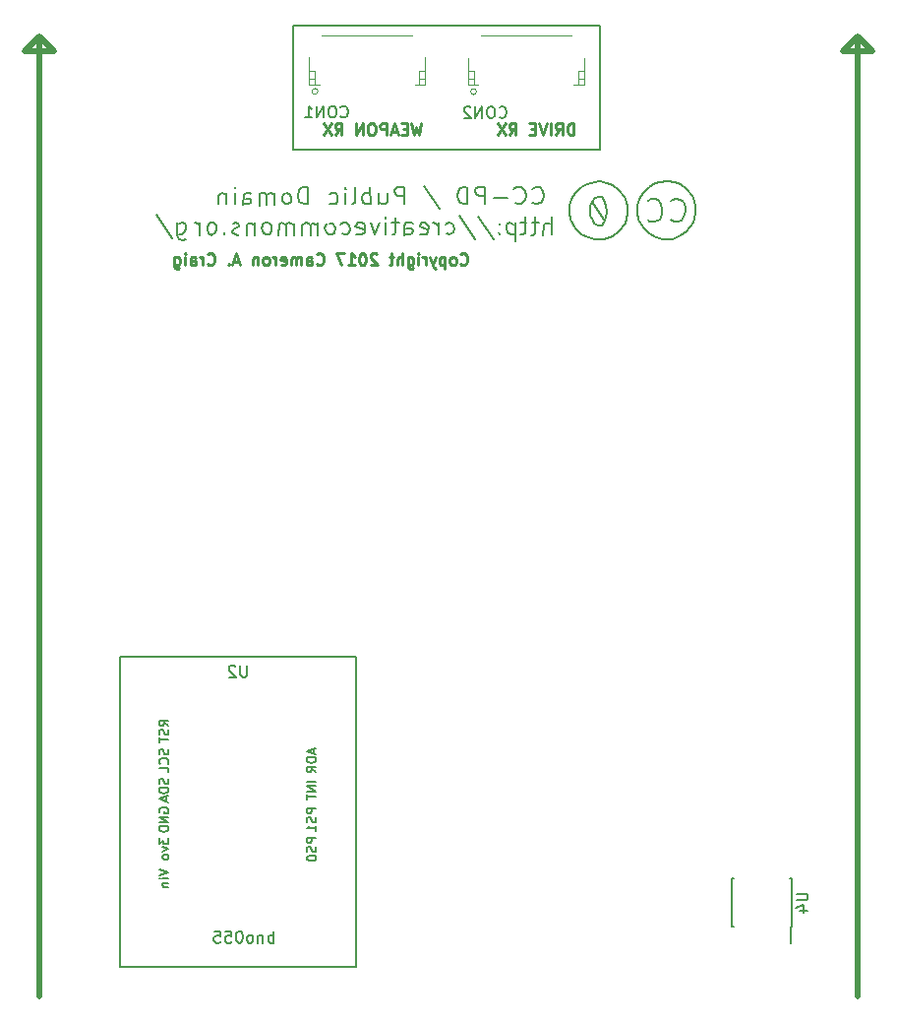
<source format=gbo>
G04 #@! TF.FileFunction,Legend,Bot*
%FSLAX46Y46*%
G04 Gerber Fmt 4.6, Leading zero omitted, Abs format (unit mm)*
G04 Created by KiCad (PCBNEW 4.0.7-e2-6376~58~ubuntu16.04.1) date Fri Jan 19 19:52:53 2018*
%MOMM*%
%LPD*%
G01*
G04 APERTURE LIST*
%ADD10C,0.100000*%
%ADD11C,0.200000*%
%ADD12C,0.250000*%
%ADD13C,0.500000*%
%ADD14C,0.150000*%
%ADD15C,0.120000*%
G04 APERTURE END LIST*
D10*
D11*
X136144000Y-64516000D02*
X136144000Y-53848000D01*
X162560000Y-64516000D02*
X136144000Y-64516000D01*
X162560000Y-53848000D02*
X162560000Y-64516000D01*
X136144000Y-53848000D02*
X162560000Y-53848000D01*
D12*
X147202286Y-62284381D02*
X146964191Y-63284381D01*
X146773714Y-62570095D01*
X146583238Y-63284381D01*
X146345143Y-62284381D01*
X145964191Y-62760571D02*
X145630857Y-62760571D01*
X145488000Y-63284381D02*
X145964191Y-63284381D01*
X145964191Y-62284381D01*
X145488000Y-62284381D01*
X145107048Y-62998667D02*
X144630857Y-62998667D01*
X145202286Y-63284381D02*
X144868953Y-62284381D01*
X144535619Y-63284381D01*
X144202286Y-63284381D02*
X144202286Y-62284381D01*
X143821333Y-62284381D01*
X143726095Y-62332000D01*
X143678476Y-62379619D01*
X143630857Y-62474857D01*
X143630857Y-62617714D01*
X143678476Y-62712952D01*
X143726095Y-62760571D01*
X143821333Y-62808190D01*
X144202286Y-62808190D01*
X143011810Y-62284381D02*
X142821333Y-62284381D01*
X142726095Y-62332000D01*
X142630857Y-62427238D01*
X142583238Y-62617714D01*
X142583238Y-62951048D01*
X142630857Y-63141524D01*
X142726095Y-63236762D01*
X142821333Y-63284381D01*
X143011810Y-63284381D01*
X143107048Y-63236762D01*
X143202286Y-63141524D01*
X143249905Y-62951048D01*
X143249905Y-62617714D01*
X143202286Y-62427238D01*
X143107048Y-62332000D01*
X143011810Y-62284381D01*
X142154667Y-63284381D02*
X142154667Y-62284381D01*
X141583238Y-63284381D01*
X141583238Y-62284381D01*
X139773714Y-63284381D02*
X140107048Y-62808190D01*
X140345143Y-63284381D02*
X140345143Y-62284381D01*
X139964190Y-62284381D01*
X139868952Y-62332000D01*
X139821333Y-62379619D01*
X139773714Y-62474857D01*
X139773714Y-62617714D01*
X139821333Y-62712952D01*
X139868952Y-62760571D01*
X139964190Y-62808190D01*
X140345143Y-62808190D01*
X139440381Y-62284381D02*
X138773714Y-63284381D01*
X138773714Y-62284381D02*
X139440381Y-63284381D01*
X160323095Y-63284381D02*
X160323095Y-62284381D01*
X160085000Y-62284381D01*
X159942142Y-62332000D01*
X159846904Y-62427238D01*
X159799285Y-62522476D01*
X159751666Y-62712952D01*
X159751666Y-62855810D01*
X159799285Y-63046286D01*
X159846904Y-63141524D01*
X159942142Y-63236762D01*
X160085000Y-63284381D01*
X160323095Y-63284381D01*
X158751666Y-63284381D02*
X159085000Y-62808190D01*
X159323095Y-63284381D02*
X159323095Y-62284381D01*
X158942142Y-62284381D01*
X158846904Y-62332000D01*
X158799285Y-62379619D01*
X158751666Y-62474857D01*
X158751666Y-62617714D01*
X158799285Y-62712952D01*
X158846904Y-62760571D01*
X158942142Y-62808190D01*
X159323095Y-62808190D01*
X158323095Y-63284381D02*
X158323095Y-62284381D01*
X157989762Y-62284381D02*
X157656429Y-63284381D01*
X157323095Y-62284381D01*
X156989762Y-62760571D02*
X156656428Y-62760571D01*
X156513571Y-63284381D02*
X156989762Y-63284381D01*
X156989762Y-62284381D01*
X156513571Y-62284381D01*
X154751666Y-63284381D02*
X155085000Y-62808190D01*
X155323095Y-63284381D02*
X155323095Y-62284381D01*
X154942142Y-62284381D01*
X154846904Y-62332000D01*
X154799285Y-62379619D01*
X154751666Y-62474857D01*
X154751666Y-62617714D01*
X154799285Y-62712952D01*
X154846904Y-62760571D01*
X154942142Y-62808190D01*
X155323095Y-62808190D01*
X154418333Y-62284381D02*
X153751666Y-63284381D01*
X153751666Y-62284381D02*
X154418333Y-63284381D01*
D13*
X184771000Y-54831000D02*
X183501000Y-56101000D01*
X183501000Y-56101000D02*
X186041000Y-56101000D01*
X186041000Y-56101000D02*
X184771000Y-54831000D01*
X184771000Y-137381000D02*
X184771000Y-54831000D01*
X115556000Y-56101000D02*
X114286000Y-54831000D01*
X113016000Y-56101000D02*
X115556000Y-56101000D01*
X114286000Y-54831000D02*
X113016000Y-56101000D01*
X114286000Y-137381000D02*
X114286000Y-54831000D01*
D12*
X150566810Y-74365143D02*
X150614429Y-74412762D01*
X150757286Y-74460381D01*
X150852524Y-74460381D01*
X150995382Y-74412762D01*
X151090620Y-74317524D01*
X151138239Y-74222286D01*
X151185858Y-74031810D01*
X151185858Y-73888952D01*
X151138239Y-73698476D01*
X151090620Y-73603238D01*
X150995382Y-73508000D01*
X150852524Y-73460381D01*
X150757286Y-73460381D01*
X150614429Y-73508000D01*
X150566810Y-73555619D01*
X149995382Y-74460381D02*
X150090620Y-74412762D01*
X150138239Y-74365143D01*
X150185858Y-74269905D01*
X150185858Y-73984190D01*
X150138239Y-73888952D01*
X150090620Y-73841333D01*
X149995382Y-73793714D01*
X149852524Y-73793714D01*
X149757286Y-73841333D01*
X149709667Y-73888952D01*
X149662048Y-73984190D01*
X149662048Y-74269905D01*
X149709667Y-74365143D01*
X149757286Y-74412762D01*
X149852524Y-74460381D01*
X149995382Y-74460381D01*
X149233477Y-73793714D02*
X149233477Y-74793714D01*
X149233477Y-73841333D02*
X149138239Y-73793714D01*
X148947762Y-73793714D01*
X148852524Y-73841333D01*
X148804905Y-73888952D01*
X148757286Y-73984190D01*
X148757286Y-74269905D01*
X148804905Y-74365143D01*
X148852524Y-74412762D01*
X148947762Y-74460381D01*
X149138239Y-74460381D01*
X149233477Y-74412762D01*
X148423953Y-73793714D02*
X148185858Y-74460381D01*
X147947762Y-73793714D02*
X148185858Y-74460381D01*
X148281096Y-74698476D01*
X148328715Y-74746095D01*
X148423953Y-74793714D01*
X147566810Y-74460381D02*
X147566810Y-73793714D01*
X147566810Y-73984190D02*
X147519191Y-73888952D01*
X147471572Y-73841333D01*
X147376334Y-73793714D01*
X147281095Y-73793714D01*
X146947762Y-74460381D02*
X146947762Y-73793714D01*
X146947762Y-73460381D02*
X146995381Y-73508000D01*
X146947762Y-73555619D01*
X146900143Y-73508000D01*
X146947762Y-73460381D01*
X146947762Y-73555619D01*
X146043000Y-73793714D02*
X146043000Y-74603238D01*
X146090619Y-74698476D01*
X146138238Y-74746095D01*
X146233477Y-74793714D01*
X146376334Y-74793714D01*
X146471572Y-74746095D01*
X146043000Y-74412762D02*
X146138238Y-74460381D01*
X146328715Y-74460381D01*
X146423953Y-74412762D01*
X146471572Y-74365143D01*
X146519191Y-74269905D01*
X146519191Y-73984190D01*
X146471572Y-73888952D01*
X146423953Y-73841333D01*
X146328715Y-73793714D01*
X146138238Y-73793714D01*
X146043000Y-73841333D01*
X145566810Y-74460381D02*
X145566810Y-73460381D01*
X145138238Y-74460381D02*
X145138238Y-73936571D01*
X145185857Y-73841333D01*
X145281095Y-73793714D01*
X145423953Y-73793714D01*
X145519191Y-73841333D01*
X145566810Y-73888952D01*
X144804905Y-73793714D02*
X144423953Y-73793714D01*
X144662048Y-73460381D02*
X144662048Y-74317524D01*
X144614429Y-74412762D01*
X144519191Y-74460381D01*
X144423953Y-74460381D01*
X143376333Y-73555619D02*
X143328714Y-73508000D01*
X143233476Y-73460381D01*
X142995380Y-73460381D01*
X142900142Y-73508000D01*
X142852523Y-73555619D01*
X142804904Y-73650857D01*
X142804904Y-73746095D01*
X142852523Y-73888952D01*
X143423952Y-74460381D01*
X142804904Y-74460381D01*
X142185857Y-73460381D02*
X142090618Y-73460381D01*
X141995380Y-73508000D01*
X141947761Y-73555619D01*
X141900142Y-73650857D01*
X141852523Y-73841333D01*
X141852523Y-74079429D01*
X141900142Y-74269905D01*
X141947761Y-74365143D01*
X141995380Y-74412762D01*
X142090618Y-74460381D01*
X142185857Y-74460381D01*
X142281095Y-74412762D01*
X142328714Y-74365143D01*
X142376333Y-74269905D01*
X142423952Y-74079429D01*
X142423952Y-73841333D01*
X142376333Y-73650857D01*
X142328714Y-73555619D01*
X142281095Y-73508000D01*
X142185857Y-73460381D01*
X140900142Y-74460381D02*
X141471571Y-74460381D01*
X141185857Y-74460381D02*
X141185857Y-73460381D01*
X141281095Y-73603238D01*
X141376333Y-73698476D01*
X141471571Y-73746095D01*
X140566809Y-73460381D02*
X139900142Y-73460381D01*
X140328714Y-74460381D01*
X138185856Y-74365143D02*
X138233475Y-74412762D01*
X138376332Y-74460381D01*
X138471570Y-74460381D01*
X138614428Y-74412762D01*
X138709666Y-74317524D01*
X138757285Y-74222286D01*
X138804904Y-74031810D01*
X138804904Y-73888952D01*
X138757285Y-73698476D01*
X138709666Y-73603238D01*
X138614428Y-73508000D01*
X138471570Y-73460381D01*
X138376332Y-73460381D01*
X138233475Y-73508000D01*
X138185856Y-73555619D01*
X137328713Y-74460381D02*
X137328713Y-73936571D01*
X137376332Y-73841333D01*
X137471570Y-73793714D01*
X137662047Y-73793714D01*
X137757285Y-73841333D01*
X137328713Y-74412762D02*
X137423951Y-74460381D01*
X137662047Y-74460381D01*
X137757285Y-74412762D01*
X137804904Y-74317524D01*
X137804904Y-74222286D01*
X137757285Y-74127048D01*
X137662047Y-74079429D01*
X137423951Y-74079429D01*
X137328713Y-74031810D01*
X136852523Y-74460381D02*
X136852523Y-73793714D01*
X136852523Y-73888952D02*
X136804904Y-73841333D01*
X136709666Y-73793714D01*
X136566808Y-73793714D01*
X136471570Y-73841333D01*
X136423951Y-73936571D01*
X136423951Y-74460381D01*
X136423951Y-73936571D02*
X136376332Y-73841333D01*
X136281094Y-73793714D01*
X136138237Y-73793714D01*
X136042999Y-73841333D01*
X135995380Y-73936571D01*
X135995380Y-74460381D01*
X135138237Y-74412762D02*
X135233475Y-74460381D01*
X135423952Y-74460381D01*
X135519190Y-74412762D01*
X135566809Y-74317524D01*
X135566809Y-73936571D01*
X135519190Y-73841333D01*
X135423952Y-73793714D01*
X135233475Y-73793714D01*
X135138237Y-73841333D01*
X135090618Y-73936571D01*
X135090618Y-74031810D01*
X135566809Y-74127048D01*
X134662047Y-74460381D02*
X134662047Y-73793714D01*
X134662047Y-73984190D02*
X134614428Y-73888952D01*
X134566809Y-73841333D01*
X134471571Y-73793714D01*
X134376332Y-73793714D01*
X133900142Y-74460381D02*
X133995380Y-74412762D01*
X134042999Y-74365143D01*
X134090618Y-74269905D01*
X134090618Y-73984190D01*
X134042999Y-73888952D01*
X133995380Y-73841333D01*
X133900142Y-73793714D01*
X133757284Y-73793714D01*
X133662046Y-73841333D01*
X133614427Y-73888952D01*
X133566808Y-73984190D01*
X133566808Y-74269905D01*
X133614427Y-74365143D01*
X133662046Y-74412762D01*
X133757284Y-74460381D01*
X133900142Y-74460381D01*
X133138237Y-73793714D02*
X133138237Y-74460381D01*
X133138237Y-73888952D02*
X133090618Y-73841333D01*
X132995380Y-73793714D01*
X132852522Y-73793714D01*
X132757284Y-73841333D01*
X132709665Y-73936571D01*
X132709665Y-74460381D01*
X131519189Y-74174667D02*
X131042998Y-74174667D01*
X131614427Y-74460381D02*
X131281094Y-73460381D01*
X130947760Y-74460381D01*
X130614427Y-74365143D02*
X130566808Y-74412762D01*
X130614427Y-74460381D01*
X130662046Y-74412762D01*
X130614427Y-74365143D01*
X130614427Y-74460381D01*
X128804903Y-74365143D02*
X128852522Y-74412762D01*
X128995379Y-74460381D01*
X129090617Y-74460381D01*
X129233475Y-74412762D01*
X129328713Y-74317524D01*
X129376332Y-74222286D01*
X129423951Y-74031810D01*
X129423951Y-73888952D01*
X129376332Y-73698476D01*
X129328713Y-73603238D01*
X129233475Y-73508000D01*
X129090617Y-73460381D01*
X128995379Y-73460381D01*
X128852522Y-73508000D01*
X128804903Y-73555619D01*
X128376332Y-74460381D02*
X128376332Y-73793714D01*
X128376332Y-73984190D02*
X128328713Y-73888952D01*
X128281094Y-73841333D01*
X128185856Y-73793714D01*
X128090617Y-73793714D01*
X127328712Y-74460381D02*
X127328712Y-73936571D01*
X127376331Y-73841333D01*
X127471569Y-73793714D01*
X127662046Y-73793714D01*
X127757284Y-73841333D01*
X127328712Y-74412762D02*
X127423950Y-74460381D01*
X127662046Y-74460381D01*
X127757284Y-74412762D01*
X127804903Y-74317524D01*
X127804903Y-74222286D01*
X127757284Y-74127048D01*
X127662046Y-74079429D01*
X127423950Y-74079429D01*
X127328712Y-74031810D01*
X126852522Y-74460381D02*
X126852522Y-73793714D01*
X126852522Y-73460381D02*
X126900141Y-73508000D01*
X126852522Y-73555619D01*
X126804903Y-73508000D01*
X126852522Y-73460381D01*
X126852522Y-73555619D01*
X125947760Y-73793714D02*
X125947760Y-74603238D01*
X125995379Y-74698476D01*
X126042998Y-74746095D01*
X126138237Y-74793714D01*
X126281094Y-74793714D01*
X126376332Y-74746095D01*
X125947760Y-74412762D02*
X126042998Y-74460381D01*
X126233475Y-74460381D01*
X126328713Y-74412762D01*
X126376332Y-74365143D01*
X126423951Y-74269905D01*
X126423951Y-73984190D01*
X126376332Y-73888952D01*
X126328713Y-73841333D01*
X126233475Y-73793714D01*
X126042998Y-73793714D01*
X125947760Y-73841333D01*
D14*
X179091000Y-131361000D02*
X179041000Y-131361000D01*
X179091000Y-127211000D02*
X178946000Y-127211000D01*
X173941000Y-127211000D02*
X174086000Y-127211000D01*
X173941000Y-131361000D02*
X174086000Y-131361000D01*
X179091000Y-131361000D02*
X179091000Y-127211000D01*
X173941000Y-131361000D02*
X173941000Y-127211000D01*
X179041000Y-131361000D02*
X179041000Y-132761000D01*
X121271000Y-134841000D02*
X141591000Y-134841000D01*
X141591000Y-134841000D02*
X141591000Y-108171000D01*
X121271000Y-134841000D02*
X121271000Y-108171000D01*
X121271000Y-108171000D02*
X141591000Y-108171000D01*
D15*
X138286000Y-59526000D02*
G75*
G03X138286000Y-59526000I-250000J0D01*
G01*
X138636000Y-54701000D02*
X146436000Y-54701000D01*
X137536000Y-56601000D02*
X137536000Y-58951000D01*
X137536000Y-58951000D02*
X138436000Y-58951000D01*
X138036000Y-58951000D02*
X138036000Y-57751000D01*
X138036000Y-57751000D02*
X138036000Y-57751000D01*
X138036000Y-57751000D02*
X138036000Y-58951000D01*
X138036000Y-58951000D02*
X138036000Y-58951000D01*
X138036000Y-58451000D02*
X138036000Y-58451000D01*
X138036000Y-58451000D02*
X137536000Y-58451000D01*
X137536000Y-58451000D02*
X137536000Y-58451000D01*
X137536000Y-58451000D02*
X138036000Y-58451000D01*
X138036000Y-57751000D02*
X138036000Y-57751000D01*
X138036000Y-57751000D02*
X137536000Y-57751000D01*
X137536000Y-57751000D02*
X137536000Y-57751000D01*
X137536000Y-57751000D02*
X138036000Y-57751000D01*
X147536000Y-56601000D02*
X147536000Y-58951000D01*
X147536000Y-58951000D02*
X146636000Y-58951000D01*
X147036000Y-58951000D02*
X147036000Y-57751000D01*
X147036000Y-57751000D02*
X147036000Y-57751000D01*
X147036000Y-57751000D02*
X147036000Y-58951000D01*
X147036000Y-58951000D02*
X147036000Y-58951000D01*
X147036000Y-58451000D02*
X147036000Y-58451000D01*
X147036000Y-58451000D02*
X147536000Y-58451000D01*
X147536000Y-58451000D02*
X147536000Y-58451000D01*
X147536000Y-58451000D02*
X147036000Y-58451000D01*
X147036000Y-57751000D02*
X147036000Y-57751000D01*
X147036000Y-57751000D02*
X147536000Y-57751000D01*
X147536000Y-57751000D02*
X147536000Y-57751000D01*
X147536000Y-57751000D02*
X147036000Y-57751000D01*
X151946000Y-59558500D02*
G75*
G03X151946000Y-59558500I-250000J0D01*
G01*
X152296000Y-54733500D02*
X160096000Y-54733500D01*
X151196000Y-56633500D02*
X151196000Y-58983500D01*
X151196000Y-58983500D02*
X152096000Y-58983500D01*
X151696000Y-58983500D02*
X151696000Y-57783500D01*
X151696000Y-57783500D02*
X151696000Y-57783500D01*
X151696000Y-57783500D02*
X151696000Y-58983500D01*
X151696000Y-58983500D02*
X151696000Y-58983500D01*
X151696000Y-58483500D02*
X151696000Y-58483500D01*
X151696000Y-58483500D02*
X151196000Y-58483500D01*
X151196000Y-58483500D02*
X151196000Y-58483500D01*
X151196000Y-58483500D02*
X151696000Y-58483500D01*
X151696000Y-57783500D02*
X151696000Y-57783500D01*
X151696000Y-57783500D02*
X151196000Y-57783500D01*
X151196000Y-57783500D02*
X151196000Y-57783500D01*
X151196000Y-57783500D02*
X151696000Y-57783500D01*
X161196000Y-56633500D02*
X161196000Y-58983500D01*
X161196000Y-58983500D02*
X160296000Y-58983500D01*
X160696000Y-58983500D02*
X160696000Y-57783500D01*
X160696000Y-57783500D02*
X160696000Y-57783500D01*
X160696000Y-57783500D02*
X160696000Y-58983500D01*
X160696000Y-58983500D02*
X160696000Y-58983500D01*
X160696000Y-58483500D02*
X160696000Y-58483500D01*
X160696000Y-58483500D02*
X161196000Y-58483500D01*
X161196000Y-58483500D02*
X161196000Y-58483500D01*
X161196000Y-58483500D02*
X160696000Y-58483500D01*
X160696000Y-57783500D02*
X160696000Y-57783500D01*
X160696000Y-57783500D02*
X161196000Y-57783500D01*
X161196000Y-57783500D02*
X161196000Y-57783500D01*
X161196000Y-57783500D02*
X160696000Y-57783500D01*
D14*
X161903000Y-68990000D02*
X162953000Y-70540000D01*
X125703000Y-72190000D02*
X124403000Y-70140000D01*
X126303000Y-70890000D02*
X126653000Y-70840000D01*
X126653000Y-70840000D02*
X126903000Y-70990000D01*
X126903000Y-70990000D02*
X126953000Y-71390000D01*
X126953000Y-71390000D02*
X126753000Y-71690000D01*
X126753000Y-71690000D02*
X126553000Y-71790000D01*
X126553000Y-71790000D02*
X126303000Y-71790000D01*
X126903000Y-72240000D02*
X126653000Y-72340000D01*
X126653000Y-72340000D02*
X126353000Y-72240000D01*
X126353000Y-72240000D02*
X126203000Y-71940000D01*
X126203000Y-71940000D02*
X126203000Y-70790000D01*
X127653000Y-70840000D02*
X127803000Y-70840000D01*
X127803000Y-70840000D02*
X128053000Y-70990000D01*
X128153000Y-70840000D02*
X128153000Y-71890000D01*
X129003000Y-70840000D02*
X129303000Y-70840000D01*
X129303000Y-70840000D02*
X129553000Y-71040000D01*
X129553000Y-71040000D02*
X129553000Y-71390000D01*
X129553000Y-71390000D02*
X129453000Y-71690000D01*
X129453000Y-71690000D02*
X129153000Y-71890000D01*
X129153000Y-71890000D02*
X128853000Y-71740000D01*
X128853000Y-71740000D02*
X128753000Y-71390000D01*
X128753000Y-71390000D02*
X128753000Y-71140000D01*
X128753000Y-71140000D02*
X128953000Y-70890000D01*
X130253000Y-71690000D02*
X130253000Y-71840000D01*
X130953000Y-70890000D02*
X131253000Y-70790000D01*
X131253000Y-70790000D02*
X131503000Y-70940000D01*
X131503000Y-70940000D02*
X131503000Y-71190000D01*
X131503000Y-71190000D02*
X131203000Y-71340000D01*
X131203000Y-71340000D02*
X130953000Y-71440000D01*
X130953000Y-71440000D02*
X130903000Y-71690000D01*
X130903000Y-71690000D02*
X131153000Y-71840000D01*
X131153000Y-71840000D02*
X131403000Y-71890000D01*
X131403000Y-71890000D02*
X131503000Y-71790000D01*
X132203000Y-71940000D02*
X132153000Y-71090000D01*
X132153000Y-71090000D02*
X132303000Y-70890000D01*
X132303000Y-70890000D02*
X132503000Y-70890000D01*
X132503000Y-70890000D02*
X132803000Y-70990000D01*
X132853000Y-71890000D02*
X132853000Y-70840000D01*
X133553000Y-70940000D02*
X133703000Y-70840000D01*
X133703000Y-70840000D02*
X133953000Y-70840000D01*
X133953000Y-70840000D02*
X134153000Y-70890000D01*
X134153000Y-70890000D02*
X134253000Y-71090000D01*
X134253000Y-71090000D02*
X134303000Y-71390000D01*
X134303000Y-71390000D02*
X134253000Y-71590000D01*
X134253000Y-71590000D02*
X134103000Y-71790000D01*
X134103000Y-71790000D02*
X133853000Y-71840000D01*
X133853000Y-71840000D02*
X133603000Y-71740000D01*
X133603000Y-71740000D02*
X133503000Y-71490000D01*
X133503000Y-71490000D02*
X133453000Y-71290000D01*
X133453000Y-71290000D02*
X133503000Y-71040000D01*
X134903000Y-71890000D02*
X134953000Y-70990000D01*
X134953000Y-70990000D02*
X135103000Y-70840000D01*
X135103000Y-70840000D02*
X135353000Y-70890000D01*
X135353000Y-70890000D02*
X135503000Y-70990000D01*
X135553000Y-71940000D02*
X135553000Y-70990000D01*
X135553000Y-70990000D02*
X135753000Y-70840000D01*
X135753000Y-70840000D02*
X136003000Y-70890000D01*
X136003000Y-70890000D02*
X136153000Y-70940000D01*
X136253000Y-71890000D02*
X136253000Y-70890000D01*
X136953000Y-71940000D02*
X136953000Y-71040000D01*
X136953000Y-71040000D02*
X137103000Y-70890000D01*
X137103000Y-70890000D02*
X137303000Y-70840000D01*
X137303000Y-70840000D02*
X137603000Y-70940000D01*
X137653000Y-71890000D02*
X137653000Y-71040000D01*
X137653000Y-71040000D02*
X137803000Y-70890000D01*
X137803000Y-70890000D02*
X138203000Y-70940000D01*
X138253000Y-71890000D02*
X138253000Y-70840000D01*
X139303000Y-70890000D02*
X139503000Y-70890000D01*
X139503000Y-70890000D02*
X139803000Y-71240000D01*
X139803000Y-71240000D02*
X139703000Y-71740000D01*
X139703000Y-71740000D02*
X139453000Y-71840000D01*
X139453000Y-71840000D02*
X139203000Y-71790000D01*
X139203000Y-71790000D02*
X139003000Y-71640000D01*
X139003000Y-71640000D02*
X138903000Y-71340000D01*
X138903000Y-71340000D02*
X138953000Y-71040000D01*
X138953000Y-71040000D02*
X139153000Y-70890000D01*
X140253000Y-70940000D02*
X140503000Y-70840000D01*
X140503000Y-70840000D02*
X140753000Y-70840000D01*
X140753000Y-70840000D02*
X140953000Y-71040000D01*
X140953000Y-71040000D02*
X141053000Y-71440000D01*
X141053000Y-71440000D02*
X141003000Y-71690000D01*
X141003000Y-71690000D02*
X140853000Y-71790000D01*
X140853000Y-71790000D02*
X140553000Y-71840000D01*
X140553000Y-71840000D02*
X140353000Y-71740000D01*
X141603000Y-71790000D02*
X141853000Y-71840000D01*
X141853000Y-71840000D02*
X142103000Y-71840000D01*
X142103000Y-71840000D02*
X142303000Y-71640000D01*
X142303000Y-71640000D02*
X142353000Y-71290000D01*
X142353000Y-71290000D02*
X142353000Y-70940000D01*
X142353000Y-70940000D02*
X142103000Y-70840000D01*
X142103000Y-70840000D02*
X141753000Y-70840000D01*
X141753000Y-70840000D02*
X141553000Y-71040000D01*
X141553000Y-71040000D02*
X141503000Y-71140000D01*
X141503000Y-71140000D02*
X142253000Y-71390000D01*
X143603000Y-70790000D02*
X143203000Y-71840000D01*
X143203000Y-71840000D02*
X142853000Y-70840000D01*
X144153000Y-70840000D02*
X144153000Y-71840000D01*
X144153000Y-70290000D02*
X144153000Y-70440000D01*
X145303000Y-70840000D02*
X144653000Y-70840000D01*
X145003000Y-70390000D02*
X145003000Y-71640000D01*
X145003000Y-71640000D02*
X144853000Y-71790000D01*
X144853000Y-71790000D02*
X144703000Y-71840000D01*
X146453000Y-70890000D02*
X146303000Y-70840000D01*
X146303000Y-70840000D02*
X145903000Y-70840000D01*
X145903000Y-70840000D02*
X145753000Y-71040000D01*
X145753000Y-71040000D02*
X145753000Y-71890000D01*
X145753000Y-71890000D02*
X145753000Y-71840000D01*
X145753000Y-71840000D02*
X146253000Y-71840000D01*
X146253000Y-71840000D02*
X146403000Y-71740000D01*
X146403000Y-71740000D02*
X146453000Y-71490000D01*
X146453000Y-71490000D02*
X146353000Y-71340000D01*
X146353000Y-71340000D02*
X145853000Y-71290000D01*
X147103000Y-71790000D02*
X147403000Y-71840000D01*
X147403000Y-71840000D02*
X147653000Y-71840000D01*
X147653000Y-71840000D02*
X147753000Y-71540000D01*
X147753000Y-71540000D02*
X147803000Y-71190000D01*
X147803000Y-71190000D02*
X147703000Y-70940000D01*
X147703000Y-70940000D02*
X147503000Y-70840000D01*
X147503000Y-70840000D02*
X147253000Y-70840000D01*
X147253000Y-70840000D02*
X147053000Y-71040000D01*
X147053000Y-71040000D02*
X147053000Y-71140000D01*
X147053000Y-71140000D02*
X147703000Y-71390000D01*
X148153000Y-70840000D02*
X148403000Y-70890000D01*
X148403000Y-70890000D02*
X148603000Y-71040000D01*
X148703000Y-71840000D02*
X148703000Y-70790000D01*
X149303000Y-70940000D02*
X149553000Y-70840000D01*
X149553000Y-70840000D02*
X149853000Y-70890000D01*
X149853000Y-70890000D02*
X150053000Y-71290000D01*
X150053000Y-71290000D02*
X149953000Y-71690000D01*
X149953000Y-71690000D02*
X149653000Y-71840000D01*
X149653000Y-71840000D02*
X149353000Y-71740000D01*
X151803000Y-72240000D02*
X150503000Y-70240000D01*
X153403000Y-72240000D02*
X152103000Y-70290000D01*
X153853000Y-71690000D02*
X153903000Y-71840000D01*
X153903000Y-70890000D02*
X153903000Y-70990000D01*
X155203000Y-71840000D02*
X154853000Y-71840000D01*
X154853000Y-71840000D02*
X154603000Y-71640000D01*
X154603000Y-71640000D02*
X154503000Y-71340000D01*
X154503000Y-71340000D02*
X154553000Y-70990000D01*
X154553000Y-70990000D02*
X154803000Y-70840000D01*
X154803000Y-70840000D02*
X155153000Y-70940000D01*
X155253000Y-72390000D02*
X155253000Y-70840000D01*
X155753000Y-70840000D02*
X156253000Y-70840000D01*
X156103000Y-70340000D02*
X156103000Y-71740000D01*
X156103000Y-71740000D02*
X155853000Y-71840000D01*
X155853000Y-71840000D02*
X155753000Y-71840000D01*
X157353000Y-70840000D02*
X156753000Y-70840000D01*
X157003000Y-70340000D02*
X157003000Y-71740000D01*
X157003000Y-71740000D02*
X156853000Y-71890000D01*
X156853000Y-71890000D02*
X156653000Y-71890000D01*
X157703000Y-71940000D02*
X157753000Y-71090000D01*
X157753000Y-71090000D02*
X157853000Y-70890000D01*
X157853000Y-70890000D02*
X158253000Y-70890000D01*
X158403000Y-70340000D02*
X158403000Y-71840000D01*
X129703000Y-69240000D02*
X129753000Y-68540000D01*
X129753000Y-68540000D02*
X129853000Y-68340000D01*
X129853000Y-68340000D02*
X130003000Y-68290000D01*
X130003000Y-68290000D02*
X130353000Y-68340000D01*
X130403000Y-68290000D02*
X130403000Y-69190000D01*
X131153000Y-68290000D02*
X131153000Y-69240000D01*
X131153000Y-67740000D02*
X131153000Y-67840000D01*
X132103000Y-68740000D02*
X132403000Y-68740000D01*
X132403000Y-68740000D02*
X132553000Y-68890000D01*
X132553000Y-68890000D02*
X132553000Y-69140000D01*
X132553000Y-69140000D02*
X132353000Y-69240000D01*
X132353000Y-69240000D02*
X131953000Y-69190000D01*
X132553000Y-68340000D02*
X132403000Y-68240000D01*
X132403000Y-68240000D02*
X132053000Y-68240000D01*
X132053000Y-68240000D02*
X131903000Y-68440000D01*
X131903000Y-68440000D02*
X131853000Y-69290000D01*
X133253000Y-69340000D02*
X133253000Y-68590000D01*
X133253000Y-68590000D02*
X133303000Y-68390000D01*
X133303000Y-68390000D02*
X133403000Y-68290000D01*
X133403000Y-68290000D02*
X133653000Y-68290000D01*
X133653000Y-68290000D02*
X133853000Y-68390000D01*
X133903000Y-69290000D02*
X133903000Y-68440000D01*
X133903000Y-68440000D02*
X134003000Y-68340000D01*
X134003000Y-68340000D02*
X134203000Y-68290000D01*
X134203000Y-68290000D02*
X134453000Y-68340000D01*
X134553000Y-69290000D02*
X134553000Y-68240000D01*
X135603000Y-68240000D02*
X135853000Y-68340000D01*
X135853000Y-68340000D02*
X136003000Y-68640000D01*
X136003000Y-68640000D02*
X136003000Y-68990000D01*
X136003000Y-68990000D02*
X135753000Y-69240000D01*
X135753000Y-69240000D02*
X135453000Y-69190000D01*
X135453000Y-69190000D02*
X135253000Y-68940000D01*
X135253000Y-68940000D02*
X135253000Y-68590000D01*
X135253000Y-68590000D02*
X135303000Y-68440000D01*
X135303000Y-68440000D02*
X135503000Y-68290000D01*
X137453000Y-67740000D02*
X137453000Y-69240000D01*
X137453000Y-69240000D02*
X137053000Y-69240000D01*
X137053000Y-69240000D02*
X136703000Y-68990000D01*
X136703000Y-68990000D02*
X136603000Y-68540000D01*
X136603000Y-68540000D02*
X136703000Y-68040000D01*
X136703000Y-68040000D02*
X136953000Y-67790000D01*
X136953000Y-67790000D02*
X137453000Y-67740000D01*
X139253000Y-68340000D02*
X139503000Y-68240000D01*
X139503000Y-68240000D02*
X139853000Y-68290000D01*
X139853000Y-68290000D02*
X140003000Y-68590000D01*
X140003000Y-68590000D02*
X140003000Y-68940000D01*
X140003000Y-68940000D02*
X139853000Y-69190000D01*
X139853000Y-69190000D02*
X139553000Y-69240000D01*
X139553000Y-69240000D02*
X139303000Y-69190000D01*
X140653000Y-68240000D02*
X140653000Y-69190000D01*
X140653000Y-67790000D02*
X140653000Y-67890000D01*
X140653000Y-67890000D02*
X140703000Y-67890000D01*
X141453000Y-67790000D02*
X141453000Y-69090000D01*
X141453000Y-69090000D02*
X141253000Y-69240000D01*
X142803000Y-67740000D02*
X142853000Y-69240000D01*
X142853000Y-69240000D02*
X142453000Y-69240000D01*
X142453000Y-69240000D02*
X142203000Y-69090000D01*
X142203000Y-69090000D02*
X142103000Y-68690000D01*
X142103000Y-68690000D02*
X142203000Y-68340000D01*
X142203000Y-68340000D02*
X142453000Y-68240000D01*
X142453000Y-68240000D02*
X142753000Y-68240000D01*
X143553000Y-68240000D02*
X143553000Y-69240000D01*
X144253000Y-68290000D02*
X144253000Y-68690000D01*
X144253000Y-68690000D02*
X144253000Y-69040000D01*
X144253000Y-69040000D02*
X144103000Y-69190000D01*
X144103000Y-69190000D02*
X143903000Y-69240000D01*
X143903000Y-69240000D02*
X143553000Y-69140000D01*
X145703000Y-69240000D02*
X145703000Y-67740000D01*
X145703000Y-67740000D02*
X145203000Y-67740000D01*
X145203000Y-67740000D02*
X144953000Y-67840000D01*
X144953000Y-67840000D02*
X144853000Y-68140000D01*
X144853000Y-68140000D02*
X144953000Y-68390000D01*
X144953000Y-68390000D02*
X145153000Y-68540000D01*
X145153000Y-68540000D02*
X145603000Y-68540000D01*
X148753000Y-69640000D02*
X147403000Y-67640000D01*
X151153000Y-67740000D02*
X151153000Y-69240000D01*
X151153000Y-69240000D02*
X150853000Y-69240000D01*
X150853000Y-69240000D02*
X150553000Y-69140000D01*
X150553000Y-69140000D02*
X150353000Y-68840000D01*
X150353000Y-68840000D02*
X150303000Y-68490000D01*
X150303000Y-68490000D02*
X150403000Y-68090000D01*
X150403000Y-68090000D02*
X150553000Y-67840000D01*
X150553000Y-67840000D02*
X150903000Y-67740000D01*
X150903000Y-67740000D02*
X151053000Y-67740000D01*
X152653000Y-69240000D02*
X152653000Y-67740000D01*
X152653000Y-67740000D02*
X152053000Y-67740000D01*
X152053000Y-67740000D02*
X151853000Y-67940000D01*
X151853000Y-67940000D02*
X151853000Y-68140000D01*
X151853000Y-68140000D02*
X151903000Y-68390000D01*
X151903000Y-68390000D02*
X152153000Y-68490000D01*
X152153000Y-68490000D02*
X152653000Y-68490000D01*
X154653000Y-68690000D02*
X153403000Y-68690000D01*
X155153000Y-67890000D02*
X155403000Y-67790000D01*
X155403000Y-67790000D02*
X155803000Y-67740000D01*
X155803000Y-67740000D02*
X156153000Y-68090000D01*
X156153000Y-68090000D02*
X156203000Y-68490000D01*
X156203000Y-68490000D02*
X156103000Y-68890000D01*
X156103000Y-68890000D02*
X155803000Y-69190000D01*
X155803000Y-69190000D02*
X155503000Y-69240000D01*
X155503000Y-69240000D02*
X155253000Y-69090000D01*
X156753000Y-67890000D02*
X157053000Y-67740000D01*
X157053000Y-67740000D02*
X157403000Y-67790000D01*
X157403000Y-67790000D02*
X157653000Y-68090000D01*
X157653000Y-68090000D02*
X157753000Y-68540000D01*
X157753000Y-68540000D02*
X157653000Y-68840000D01*
X157653000Y-68840000D02*
X157453000Y-69140000D01*
X157453000Y-69140000D02*
X157103000Y-69240000D01*
X157103000Y-69240000D02*
X156753000Y-69140000D01*
X166702800Y-68939900D02*
X166801860Y-68840840D01*
X166801860Y-68840840D02*
X167002520Y-68739240D01*
X167002520Y-68739240D02*
X167302240Y-68739240D01*
X167302240Y-68739240D02*
X167601960Y-68840840D01*
X167601960Y-68840840D02*
X167802620Y-69239620D01*
X167802620Y-69239620D02*
X167904220Y-69740000D01*
X167904220Y-69740000D02*
X167904220Y-70138780D01*
X167904220Y-70138780D02*
X167703560Y-70540100D01*
X167703560Y-70540100D02*
X167302240Y-70740760D01*
X167302240Y-70740760D02*
X167104120Y-70740760D01*
X167104120Y-70740760D02*
X166801860Y-70740760D01*
X166801860Y-70740760D02*
X166702800Y-70540100D01*
X168701780Y-68939900D02*
X168803380Y-68840840D01*
X168803380Y-68840840D02*
X169103100Y-68739240D01*
X169103100Y-68739240D02*
X169501880Y-68840840D01*
X169501880Y-68840840D02*
X169804140Y-69038960D01*
X169804140Y-69038960D02*
X169903200Y-69440280D01*
X169903200Y-69440280D02*
X169903200Y-69839060D01*
X169903200Y-69839060D02*
X169804140Y-70339440D01*
X169804140Y-70339440D02*
X169603480Y-70639160D01*
X169603480Y-70639160D02*
X169303760Y-70740760D01*
X169303760Y-70740760D02*
X168902440Y-70740760D01*
X168902440Y-70740760D02*
X168701780Y-70540100D01*
X168303000Y-67240640D02*
X168402060Y-67240640D01*
X168402060Y-67240640D02*
X169004040Y-67339700D01*
X169004040Y-67339700D02*
X169501880Y-67540360D01*
X169501880Y-67540360D02*
X170002260Y-67939140D01*
X170002260Y-67939140D02*
X170502640Y-68541120D01*
X170502640Y-68541120D02*
X170703300Y-68939900D01*
X170703300Y-68939900D02*
X170802360Y-69440280D01*
X170802360Y-69440280D02*
X170802360Y-70039720D01*
X170802360Y-70039720D02*
X170604240Y-70839820D01*
X170604240Y-70839820D02*
X170002260Y-71540860D01*
X170002260Y-71540860D02*
X169501880Y-71939640D01*
X169501880Y-71939640D02*
X168803380Y-72239360D01*
X168803380Y-72239360D02*
X168003280Y-72239360D01*
X168003280Y-72239360D02*
X167403840Y-72041240D01*
X167403840Y-72041240D02*
X166801860Y-71738980D01*
X166801860Y-71738980D02*
X166304020Y-71241140D01*
X166304020Y-71241140D02*
X165902700Y-70540100D01*
X165902700Y-70540100D02*
X165803640Y-69940660D01*
X165803640Y-69940660D02*
X165803640Y-69341220D01*
X165803640Y-69341220D02*
X166001760Y-68739240D01*
X166001760Y-68739240D02*
X166304020Y-68238860D01*
X166304020Y-68238860D02*
X166801860Y-67741020D01*
X166801860Y-67741020D02*
X167302240Y-67438760D01*
X167302240Y-67438760D02*
X167703560Y-67339700D01*
X167703560Y-67339700D02*
X168303000Y-67240640D01*
X162453000Y-68590000D02*
X162153000Y-68690000D01*
X162153000Y-68690000D02*
X161903000Y-68990000D01*
X161903000Y-68990000D02*
X161753000Y-69390000D01*
X161753000Y-69390000D02*
X161753000Y-69840000D01*
X161753000Y-69840000D02*
X161753000Y-70190000D01*
X161753000Y-70190000D02*
X161953000Y-70640000D01*
X161953000Y-70640000D02*
X162103000Y-70890000D01*
X162103000Y-70890000D02*
X162403000Y-71090000D01*
X162403000Y-71090000D02*
X162703000Y-71040000D01*
X162703000Y-71040000D02*
X162953000Y-70790000D01*
X162953000Y-70790000D02*
X163103000Y-70390000D01*
X163103000Y-70390000D02*
X163203000Y-69840000D01*
X163203000Y-69840000D02*
X163103000Y-69340000D01*
X163103000Y-69340000D02*
X162953000Y-68840000D01*
X162953000Y-68840000D02*
X162703000Y-68640000D01*
X162703000Y-68640000D02*
X162453000Y-68590000D01*
X162453000Y-67290640D02*
X162552060Y-67290640D01*
X162552060Y-67290640D02*
X163154040Y-67389700D01*
X163154040Y-67389700D02*
X163651880Y-67590360D01*
X163651880Y-67590360D02*
X164152260Y-67989140D01*
X164152260Y-67989140D02*
X164652640Y-68591120D01*
X164652640Y-68591120D02*
X164853300Y-68989900D01*
X164853300Y-68989900D02*
X164952360Y-69490280D01*
X164952360Y-69490280D02*
X164952360Y-70089720D01*
X164952360Y-70089720D02*
X164754240Y-70889820D01*
X164754240Y-70889820D02*
X164152260Y-71590860D01*
X164152260Y-71590860D02*
X163651880Y-71989640D01*
X163651880Y-71989640D02*
X162953380Y-72289360D01*
X162953380Y-72289360D02*
X162153280Y-72289360D01*
X162153280Y-72289360D02*
X161553840Y-72091240D01*
X161553840Y-72091240D02*
X160951860Y-71788980D01*
X160951860Y-71788980D02*
X160454020Y-71291140D01*
X160454020Y-71291140D02*
X160052700Y-70590100D01*
X160052700Y-70590100D02*
X159953640Y-69990660D01*
X159953640Y-69990660D02*
X159953640Y-69391220D01*
X159953640Y-69391220D02*
X160151760Y-68789240D01*
X160151760Y-68789240D02*
X160454020Y-68288860D01*
X160454020Y-68288860D02*
X160951860Y-67791020D01*
X160951860Y-67791020D02*
X161452240Y-67488760D01*
X161452240Y-67488760D02*
X161853560Y-67389700D01*
X161853560Y-67389700D02*
X162453000Y-67290640D01*
X179468381Y-128524095D02*
X180277905Y-128524095D01*
X180373143Y-128571714D01*
X180420762Y-128619333D01*
X180468381Y-128714571D01*
X180468381Y-128905048D01*
X180420762Y-129000286D01*
X180373143Y-129047905D01*
X180277905Y-129095524D01*
X179468381Y-129095524D01*
X179801714Y-130000286D02*
X180468381Y-130000286D01*
X179420762Y-129762190D02*
X180135048Y-129524095D01*
X180135048Y-130143143D01*
X132192905Y-108893381D02*
X132192905Y-109702905D01*
X132145286Y-109798143D01*
X132097667Y-109845762D01*
X132002429Y-109893381D01*
X131811952Y-109893381D01*
X131716714Y-109845762D01*
X131669095Y-109798143D01*
X131621476Y-109702905D01*
X131621476Y-108893381D01*
X131192905Y-108988619D02*
X131145286Y-108941000D01*
X131050048Y-108893381D01*
X130811952Y-108893381D01*
X130716714Y-108941000D01*
X130669095Y-108988619D01*
X130621476Y-109083857D01*
X130621476Y-109179095D01*
X130669095Y-109321952D01*
X131240524Y-109893381D01*
X130621476Y-109893381D01*
X134478619Y-132753381D02*
X134478619Y-131753381D01*
X134478619Y-132134333D02*
X134383381Y-132086714D01*
X134192904Y-132086714D01*
X134097666Y-132134333D01*
X134050047Y-132181952D01*
X134002428Y-132277190D01*
X134002428Y-132562905D01*
X134050047Y-132658143D01*
X134097666Y-132705762D01*
X134192904Y-132753381D01*
X134383381Y-132753381D01*
X134478619Y-132705762D01*
X133573857Y-132086714D02*
X133573857Y-132753381D01*
X133573857Y-132181952D02*
X133526238Y-132134333D01*
X133431000Y-132086714D01*
X133288142Y-132086714D01*
X133192904Y-132134333D01*
X133145285Y-132229571D01*
X133145285Y-132753381D01*
X132526238Y-132753381D02*
X132621476Y-132705762D01*
X132669095Y-132658143D01*
X132716714Y-132562905D01*
X132716714Y-132277190D01*
X132669095Y-132181952D01*
X132621476Y-132134333D01*
X132526238Y-132086714D01*
X132383380Y-132086714D01*
X132288142Y-132134333D01*
X132240523Y-132181952D01*
X132192904Y-132277190D01*
X132192904Y-132562905D01*
X132240523Y-132658143D01*
X132288142Y-132705762D01*
X132383380Y-132753381D01*
X132526238Y-132753381D01*
X131573857Y-131753381D02*
X131478618Y-131753381D01*
X131383380Y-131801000D01*
X131335761Y-131848619D01*
X131288142Y-131943857D01*
X131240523Y-132134333D01*
X131240523Y-132372429D01*
X131288142Y-132562905D01*
X131335761Y-132658143D01*
X131383380Y-132705762D01*
X131478618Y-132753381D01*
X131573857Y-132753381D01*
X131669095Y-132705762D01*
X131716714Y-132658143D01*
X131764333Y-132562905D01*
X131811952Y-132372429D01*
X131811952Y-132134333D01*
X131764333Y-131943857D01*
X131716714Y-131848619D01*
X131669095Y-131801000D01*
X131573857Y-131753381D01*
X130335761Y-131753381D02*
X130811952Y-131753381D01*
X130859571Y-132229571D01*
X130811952Y-132181952D01*
X130716714Y-132134333D01*
X130478618Y-132134333D01*
X130383380Y-132181952D01*
X130335761Y-132229571D01*
X130288142Y-132324810D01*
X130288142Y-132562905D01*
X130335761Y-132658143D01*
X130383380Y-132705762D01*
X130478618Y-132753381D01*
X130716714Y-132753381D01*
X130811952Y-132705762D01*
X130859571Y-132658143D01*
X129383380Y-131753381D02*
X129859571Y-131753381D01*
X129907190Y-132229571D01*
X129859571Y-132181952D01*
X129764333Y-132134333D01*
X129526237Y-132134333D01*
X129430999Y-132181952D01*
X129383380Y-132229571D01*
X129335761Y-132324810D01*
X129335761Y-132562905D01*
X129383380Y-132658143D01*
X129430999Y-132705762D01*
X129526237Y-132753381D01*
X129764333Y-132753381D01*
X129859571Y-132705762D01*
X129907190Y-132658143D01*
X125442905Y-114082905D02*
X125061952Y-113816238D01*
X125442905Y-113625762D02*
X124642905Y-113625762D01*
X124642905Y-113930524D01*
X124681000Y-114006715D01*
X124719095Y-114044810D01*
X124795286Y-114082905D01*
X124909571Y-114082905D01*
X124985762Y-114044810D01*
X125023857Y-114006715D01*
X125061952Y-113930524D01*
X125061952Y-113625762D01*
X125404810Y-114387667D02*
X125442905Y-114501953D01*
X125442905Y-114692429D01*
X125404810Y-114768619D01*
X125366714Y-114806715D01*
X125290524Y-114844810D01*
X125214333Y-114844810D01*
X125138143Y-114806715D01*
X125100048Y-114768619D01*
X125061952Y-114692429D01*
X125023857Y-114540048D01*
X124985762Y-114463857D01*
X124947667Y-114425762D01*
X124871476Y-114387667D01*
X124795286Y-114387667D01*
X124719095Y-114425762D01*
X124681000Y-114463857D01*
X124642905Y-114540048D01*
X124642905Y-114730524D01*
X124681000Y-114844810D01*
X124642905Y-115073381D02*
X124642905Y-115530524D01*
X125442905Y-115301953D02*
X124642905Y-115301953D01*
X125404810Y-116108619D02*
X125442905Y-116222905D01*
X125442905Y-116413381D01*
X125404810Y-116489571D01*
X125366714Y-116527667D01*
X125290524Y-116565762D01*
X125214333Y-116565762D01*
X125138143Y-116527667D01*
X125100048Y-116489571D01*
X125061952Y-116413381D01*
X125023857Y-116261000D01*
X124985762Y-116184809D01*
X124947667Y-116146714D01*
X124871476Y-116108619D01*
X124795286Y-116108619D01*
X124719095Y-116146714D01*
X124681000Y-116184809D01*
X124642905Y-116261000D01*
X124642905Y-116451476D01*
X124681000Y-116565762D01*
X125366714Y-117365762D02*
X125404810Y-117327667D01*
X125442905Y-117213381D01*
X125442905Y-117137191D01*
X125404810Y-117022905D01*
X125328619Y-116946714D01*
X125252429Y-116908619D01*
X125100048Y-116870524D01*
X124985762Y-116870524D01*
X124833381Y-116908619D01*
X124757190Y-116946714D01*
X124681000Y-117022905D01*
X124642905Y-117137191D01*
X124642905Y-117213381D01*
X124681000Y-117327667D01*
X124719095Y-117365762D01*
X125442905Y-118089572D02*
X125442905Y-117708619D01*
X124642905Y-117708619D01*
X125404810Y-118629572D02*
X125442905Y-118743858D01*
X125442905Y-118934334D01*
X125404810Y-119010524D01*
X125366714Y-119048620D01*
X125290524Y-119086715D01*
X125214333Y-119086715D01*
X125138143Y-119048620D01*
X125100048Y-119010524D01*
X125061952Y-118934334D01*
X125023857Y-118781953D01*
X124985762Y-118705762D01*
X124947667Y-118667667D01*
X124871476Y-118629572D01*
X124795286Y-118629572D01*
X124719095Y-118667667D01*
X124681000Y-118705762D01*
X124642905Y-118781953D01*
X124642905Y-118972429D01*
X124681000Y-119086715D01*
X125442905Y-119429572D02*
X124642905Y-119429572D01*
X124642905Y-119620048D01*
X124681000Y-119734334D01*
X124757190Y-119810525D01*
X124833381Y-119848620D01*
X124985762Y-119886715D01*
X125100048Y-119886715D01*
X125252429Y-119848620D01*
X125328619Y-119810525D01*
X125404810Y-119734334D01*
X125442905Y-119620048D01*
X125442905Y-119429572D01*
X125214333Y-120191477D02*
X125214333Y-120572429D01*
X125442905Y-120115286D02*
X124642905Y-120381953D01*
X125442905Y-120648620D01*
X124681000Y-121531477D02*
X124642905Y-121455286D01*
X124642905Y-121341001D01*
X124681000Y-121226715D01*
X124757190Y-121150524D01*
X124833381Y-121112429D01*
X124985762Y-121074334D01*
X125100048Y-121074334D01*
X125252429Y-121112429D01*
X125328619Y-121150524D01*
X125404810Y-121226715D01*
X125442905Y-121341001D01*
X125442905Y-121417191D01*
X125404810Y-121531477D01*
X125366714Y-121569572D01*
X125100048Y-121569572D01*
X125100048Y-121417191D01*
X125442905Y-121912429D02*
X124642905Y-121912429D01*
X125442905Y-122369572D01*
X124642905Y-122369572D01*
X125442905Y-122750524D02*
X124642905Y-122750524D01*
X124642905Y-122941000D01*
X124681000Y-123055286D01*
X124757190Y-123131477D01*
X124833381Y-123169572D01*
X124985762Y-123207667D01*
X125100048Y-123207667D01*
X125252429Y-123169572D01*
X125328619Y-123131477D01*
X125404810Y-123055286D01*
X125442905Y-122941000D01*
X125442905Y-122750524D01*
X124642905Y-123747667D02*
X124642905Y-124242905D01*
X124947667Y-123976238D01*
X124947667Y-124090524D01*
X124985762Y-124166714D01*
X125023857Y-124204810D01*
X125100048Y-124242905D01*
X125290524Y-124242905D01*
X125366714Y-124204810D01*
X125404810Y-124166714D01*
X125442905Y-124090524D01*
X125442905Y-123861952D01*
X125404810Y-123785762D01*
X125366714Y-123747667D01*
X124909571Y-124509572D02*
X125442905Y-124700048D01*
X124909571Y-124890524D01*
X125442905Y-125309572D02*
X125404810Y-125233381D01*
X125366714Y-125195286D01*
X125290524Y-125157191D01*
X125061952Y-125157191D01*
X124985762Y-125195286D01*
X124947667Y-125233381D01*
X124909571Y-125309572D01*
X124909571Y-125423858D01*
X124947667Y-125500048D01*
X124985762Y-125538143D01*
X125061952Y-125576239D01*
X125290524Y-125576239D01*
X125366714Y-125538143D01*
X125404810Y-125500048D01*
X125442905Y-125423858D01*
X125442905Y-125309572D01*
X124642905Y-126401952D02*
X125442905Y-126668619D01*
X124642905Y-126935286D01*
X125442905Y-127201952D02*
X124909571Y-127201952D01*
X124642905Y-127201952D02*
X124681000Y-127163857D01*
X124719095Y-127201952D01*
X124681000Y-127240047D01*
X124642905Y-127201952D01*
X124719095Y-127201952D01*
X124909571Y-127582904D02*
X125442905Y-127582904D01*
X124985762Y-127582904D02*
X124947667Y-127620999D01*
X124909571Y-127697190D01*
X124909571Y-127811476D01*
X124947667Y-127887666D01*
X125023857Y-127925761D01*
X125442905Y-127925761D01*
X137914333Y-116070524D02*
X137914333Y-116451476D01*
X138142905Y-115994333D02*
X137342905Y-116261000D01*
X138142905Y-116527667D01*
X138142905Y-116794333D02*
X137342905Y-116794333D01*
X137342905Y-116984809D01*
X137381000Y-117099095D01*
X137457190Y-117175286D01*
X137533381Y-117213381D01*
X137685762Y-117251476D01*
X137800048Y-117251476D01*
X137952429Y-117213381D01*
X138028619Y-117175286D01*
X138104810Y-117099095D01*
X138142905Y-116984809D01*
X138142905Y-116794333D01*
X138142905Y-118051476D02*
X137761952Y-117784809D01*
X138142905Y-117594333D02*
X137342905Y-117594333D01*
X137342905Y-117899095D01*
X137381000Y-117975286D01*
X137419095Y-118013381D01*
X137495286Y-118051476D01*
X137609571Y-118051476D01*
X137685762Y-118013381D01*
X137723857Y-117975286D01*
X137761952Y-117899095D01*
X137761952Y-117594333D01*
X138142905Y-118877191D02*
X137342905Y-118877191D01*
X138142905Y-119258143D02*
X137342905Y-119258143D01*
X138142905Y-119715286D01*
X137342905Y-119715286D01*
X137342905Y-119981952D02*
X137342905Y-120439095D01*
X138142905Y-120210524D02*
X137342905Y-120210524D01*
X138142905Y-121169571D02*
X137342905Y-121169571D01*
X137342905Y-121474333D01*
X137381000Y-121550524D01*
X137419095Y-121588619D01*
X137495286Y-121626714D01*
X137609571Y-121626714D01*
X137685762Y-121588619D01*
X137723857Y-121550524D01*
X137761952Y-121474333D01*
X137761952Y-121169571D01*
X138104810Y-121931476D02*
X138142905Y-122045762D01*
X138142905Y-122236238D01*
X138104810Y-122312428D01*
X138066714Y-122350524D01*
X137990524Y-122388619D01*
X137914333Y-122388619D01*
X137838143Y-122350524D01*
X137800048Y-122312428D01*
X137761952Y-122236238D01*
X137723857Y-122083857D01*
X137685762Y-122007666D01*
X137647667Y-121969571D01*
X137571476Y-121931476D01*
X137495286Y-121931476D01*
X137419095Y-121969571D01*
X137381000Y-122007666D01*
X137342905Y-122083857D01*
X137342905Y-122274333D01*
X137381000Y-122388619D01*
X138142905Y-123150524D02*
X138142905Y-122693381D01*
X138142905Y-122921952D02*
X137342905Y-122921952D01*
X137457190Y-122845762D01*
X137533381Y-122769571D01*
X137571476Y-122693381D01*
X138142905Y-123709571D02*
X137342905Y-123709571D01*
X137342905Y-124014333D01*
X137381000Y-124090524D01*
X137419095Y-124128619D01*
X137495286Y-124166714D01*
X137609571Y-124166714D01*
X137685762Y-124128619D01*
X137723857Y-124090524D01*
X137761952Y-124014333D01*
X137761952Y-123709571D01*
X138104810Y-124471476D02*
X138142905Y-124585762D01*
X138142905Y-124776238D01*
X138104810Y-124852428D01*
X138066714Y-124890524D01*
X137990524Y-124928619D01*
X137914333Y-124928619D01*
X137838143Y-124890524D01*
X137800048Y-124852428D01*
X137761952Y-124776238D01*
X137723857Y-124623857D01*
X137685762Y-124547666D01*
X137647667Y-124509571D01*
X137571476Y-124471476D01*
X137495286Y-124471476D01*
X137419095Y-124509571D01*
X137381000Y-124547666D01*
X137342905Y-124623857D01*
X137342905Y-124814333D01*
X137381000Y-124928619D01*
X137342905Y-125423857D02*
X137342905Y-125500048D01*
X137381000Y-125576238D01*
X137419095Y-125614333D01*
X137495286Y-125652429D01*
X137647667Y-125690524D01*
X137838143Y-125690524D01*
X137990524Y-125652429D01*
X138066714Y-125614333D01*
X138104810Y-125576238D01*
X138142905Y-125500048D01*
X138142905Y-125423857D01*
X138104810Y-125347667D01*
X138066714Y-125309571D01*
X137990524Y-125271476D01*
X137838143Y-125233381D01*
X137647667Y-125233381D01*
X137495286Y-125271476D01*
X137419095Y-125309571D01*
X137381000Y-125347667D01*
X137342905Y-125423857D01*
X140250285Y-61695643D02*
X140297904Y-61743262D01*
X140440761Y-61790881D01*
X140535999Y-61790881D01*
X140678857Y-61743262D01*
X140774095Y-61648024D01*
X140821714Y-61552786D01*
X140869333Y-61362310D01*
X140869333Y-61219452D01*
X140821714Y-61028976D01*
X140774095Y-60933738D01*
X140678857Y-60838500D01*
X140535999Y-60790881D01*
X140440761Y-60790881D01*
X140297904Y-60838500D01*
X140250285Y-60886119D01*
X139631238Y-60790881D02*
X139440761Y-60790881D01*
X139345523Y-60838500D01*
X139250285Y-60933738D01*
X139202666Y-61124214D01*
X139202666Y-61457548D01*
X139250285Y-61648024D01*
X139345523Y-61743262D01*
X139440761Y-61790881D01*
X139631238Y-61790881D01*
X139726476Y-61743262D01*
X139821714Y-61648024D01*
X139869333Y-61457548D01*
X139869333Y-61124214D01*
X139821714Y-60933738D01*
X139726476Y-60838500D01*
X139631238Y-60790881D01*
X138774095Y-61790881D02*
X138774095Y-60790881D01*
X138202666Y-61790881D01*
X138202666Y-60790881D01*
X137202666Y-61790881D02*
X137774095Y-61790881D01*
X137488381Y-61790881D02*
X137488381Y-60790881D01*
X137583619Y-60933738D01*
X137678857Y-61028976D01*
X137774095Y-61076595D01*
X153910285Y-61728143D02*
X153957904Y-61775762D01*
X154100761Y-61823381D01*
X154195999Y-61823381D01*
X154338857Y-61775762D01*
X154434095Y-61680524D01*
X154481714Y-61585286D01*
X154529333Y-61394810D01*
X154529333Y-61251952D01*
X154481714Y-61061476D01*
X154434095Y-60966238D01*
X154338857Y-60871000D01*
X154195999Y-60823381D01*
X154100761Y-60823381D01*
X153957904Y-60871000D01*
X153910285Y-60918619D01*
X153291238Y-60823381D02*
X153100761Y-60823381D01*
X153005523Y-60871000D01*
X152910285Y-60966238D01*
X152862666Y-61156714D01*
X152862666Y-61490048D01*
X152910285Y-61680524D01*
X153005523Y-61775762D01*
X153100761Y-61823381D01*
X153291238Y-61823381D01*
X153386476Y-61775762D01*
X153481714Y-61680524D01*
X153529333Y-61490048D01*
X153529333Y-61156714D01*
X153481714Y-60966238D01*
X153386476Y-60871000D01*
X153291238Y-60823381D01*
X152434095Y-61823381D02*
X152434095Y-60823381D01*
X151862666Y-61823381D01*
X151862666Y-60823381D01*
X151434095Y-60918619D02*
X151386476Y-60871000D01*
X151291238Y-60823381D01*
X151053142Y-60823381D01*
X150957904Y-60871000D01*
X150910285Y-60918619D01*
X150862666Y-61013857D01*
X150862666Y-61109095D01*
X150910285Y-61251952D01*
X151481714Y-61823381D01*
X150862666Y-61823381D01*
M02*

</source>
